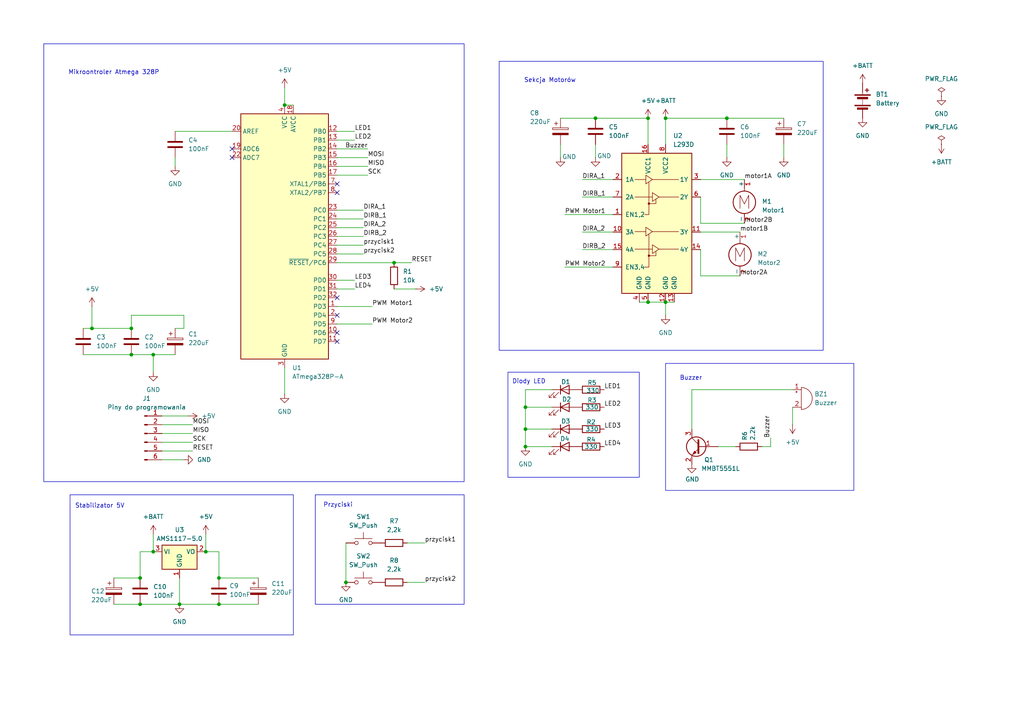
<source format=kicad_sch>
(kicad_sch (version 20231120) (generator "eeschema") (generator_version "8.0")
  (paper "A4")
  (lib_symbols
    (symbol "Connector:Conn_01x06_Pin" (pin_names (offset 1.016) hide)
      (property "Reference" "J" (at 0 7.62 0))
      (property "Value" "Conn_01x06_Pin" (at 0 -10.16 0))
      (symbol "Conn_01x06_Pin_1_1"
        (polyline (pts (xy 1.27 -7.62) (xy 0.8636 -7.62)) (stroke (width 0.1524)))
        (polyline (pts (xy 1.27 -5.08) (xy 0.8636 -5.08)) (stroke (width 0.1524)))
        (polyline (pts (xy 1.27 -2.54) (xy 0.8636 -2.54)) (stroke (width 0.1524)))
        (polyline (pts (xy 1.27 0) (xy 0.8636 0)) (stroke (width 0.1524)))
        (polyline (pts (xy 1.27 2.54) (xy 0.8636 2.54)) (stroke (width 0.1524)))
        (polyline (pts (xy 1.27 5.08) (xy 0.8636 5.08)) (stroke (width 0.1524)))
        (rectangle (start 0.8636 -7.493) (end 0 -7.747) (stroke (width 0.1524)) (fill (type outline)))
        (rectangle (start 0.8636 -4.953) (end 0 -5.207) (stroke (width 0.1524)) (fill (type outline)))
        (rectangle (start 0.8636 -2.413) (end 0 -2.667) (stroke (width 0.1524)) (fill (type outline)))
        (rectangle (start 0.8636 0.127) (end 0 -0.127) (stroke (width 0.1524)) (fill (type outline)))
        (rectangle (start 0.8636 2.667) (end 0 2.413) (stroke (width 0.1524)) (fill (type outline)))
        (rectangle (start 0.8636 5.207) (end 0 4.953) (stroke (width 0.1524)) (fill (type outline)))
        (pin passive line (at 5.08 5.08 180) (length 3.81) (name "Pin_1") (number "1"))
        (pin passive line (at 5.08 2.54 180) (length 3.81) (name "Pin_2") (number "2"))
        (pin passive line (at 5.08 0 180) (length 3.81) (name "Pin_3") (number "3"))
        (pin passive line (at 5.08 -2.54 180) (length 3.81) (name "Pin_4") (number "4"))
        (pin passive line (at 5.08 -5.08 180) (length 3.81) (name "Pin_5") (number "5"))
        (pin passive line (at 5.08 -7.62 180) (length 3.81) (name "Pin_6") (number "6"))
      )
    )
    (symbol "Device:Battery" (pin_numbers hide) (pin_names (offset 0) hide)
      (property "Reference" "BT" (at 2.54 2.54 0))
      (property "Value" "Battery" (at 2.54 0 0))
      (symbol "Battery_0_1"
        (rectangle (start -2.286 -1.27) (end 2.286 -1.524) (fill (type outline)))
        (rectangle (start -2.286 1.778) (end 2.286 1.524) (fill (type outline)))
        (rectangle (start -1.524 -2.032) (end 1.524 -2.54) (fill (type outline)))
        (rectangle (start -1.524 1.016) (end 1.524 0.508) (fill (type outline)))
        (polyline (pts (xy 0 -1.016) (xy 0 -0.762)))
        (polyline (pts (xy 0 -0.508) (xy 0 -0.254)))
        (polyline (pts (xy 0 0) (xy 0 0.254)))
        (polyline (pts (xy 0 1.778) (xy 0 2.54)))
        (polyline (pts (xy 0.762 3.048) (xy 1.778 3.048)) (stroke (width 0.254)))
        (polyline (pts (xy 1.27 3.556) (xy 1.27 2.54)) (stroke (width 0.254)))
      )
      (symbol "Battery_1_1"
        (pin passive line (at 0 5.08 270) (length 2.54) (name "+") (number "1"))
        (pin passive line (at 0 -5.08 90) (length 2.54) (name "-") (number "2"))
      )
    )
    (symbol "Device:Buzzer" (pin_names (offset 0.0254) hide)
      (property "Reference" "BZ" (at 3.81 1.27 0))
      (property "Value" "Buzzer" (at 3.81 -1.27 0))
      (symbol "Buzzer_0_1"
        (arc (start 0 -3.175) (mid 3.1612 0) (end 0 3.175))
        (polyline (pts (xy -1.651 1.905) (xy -1.143 1.905)))
        (polyline (pts (xy -1.397 2.159) (xy -1.397 1.651)))
        (polyline (pts (xy 0 3.175) (xy 0 -3.175)))
      )
      (symbol "Buzzer_1_1"
        (pin passive line (at -2.54 2.54 0) (length 2.54) (name "+") (number "1"))
        (pin passive line (at -2.54 -2.54 0) (length 2.54) (name "-") (number "2"))
      )
    )
    (symbol "Device:C" (pin_numbers hide) (pin_names (offset 0.254))
      (property "Reference" "C" (at 0.635 2.54 0))
      (property "Value" "C" (at 0.635 -2.54 0))
      (symbol "C_0_1"
        (polyline (pts (xy -2.032 -0.762) (xy 2.032 -0.762)) (stroke (width 0.508)))
        (polyline (pts (xy -2.032 0.762) (xy 2.032 0.762)) (stroke (width 0.508)))
      )
      (symbol "C_1_1"
        (pin passive line (at 0 3.81 270) (length 2.794) (name "~") (number "1"))
        (pin passive line (at 0 -3.81 90) (length 2.794) (name "~") (number "2"))
      )
    )
    (symbol "Device:C_Polarized" (pin_numbers hide) (pin_names (offset 0.254))
      (property "Reference" "C" (at 0.635 2.54 0))
      (property "Value" "C_Polarized" (at 0.635 -2.54 0))
      (symbol "C_Polarized_0_1"
        (rectangle (start -2.286 0.508) (end 2.286 1.016))
        (polyline (pts (xy -1.778 2.286) (xy -0.762 2.286)))
        (polyline (pts (xy -1.27 2.794) (xy -1.27 1.778)))
        (rectangle (start 2.286 -0.508) (end -2.286 -1.016) (fill (type outline)))
      )
      (symbol "C_Polarized_1_1"
        (pin passive line (at 0 3.81 270) (length 2.794) (name "~") (number "1"))
        (pin passive line (at 0 -3.81 90) (length 2.794) (name "~") (number "2"))
      )
    )
    (symbol "Device:LED" (pin_numbers hide) (pin_names (offset 1.016) hide)
      (property "Reference" "D" (at 0 2.54 0))
      (property "Value" "LED" (at 0 -2.54 0))
      (symbol "LED_0_1"
        (polyline (pts (xy -1.27 -1.27) (xy -1.27 1.27)) (stroke (width 0.254)))
        (polyline (pts (xy -1.27 0) (xy 1.27 0)))
        (polyline (pts (xy 1.27 -1.27) (xy 1.27 1.27) (xy -1.27 0) (xy 1.27 -1.27)) (stroke (width 0.254)))
        (polyline (pts (xy -3.048 -0.762) (xy -4.572 -2.286) (xy -3.81 -2.286) (xy -4.572 -2.286) (xy -4.572 -1.524)))
        (polyline (pts (xy -1.778 -0.762) (xy -3.302 -2.286) (xy -2.54 -2.286) (xy -3.302 -2.286) (xy -3.302 -1.524)))
      )
      (symbol "LED_1_1"
        (pin passive line (at -3.81 0 0) (length 2.54) (name "K") (number "1"))
        (pin passive line (at 3.81 0 180) (length 2.54) (name "A") (number "2"))
      )
    )
    (symbol "Device:R" (pin_numbers hide) (pin_names (offset 0))
      (property "Reference" "R" (at 2.032 0 90))
      (property "Value" "R" (at 0 0 90))
      (symbol "R_0_1"
        (rectangle (start -1.016 -2.54) (end 1.016 2.54) (stroke (width 0.254)))
      )
      (symbol "R_1_1"
        (pin passive line (at 0 3.81 270) (length 1.27) (name "~") (number "1"))
        (pin passive line (at 0 -3.81 90) (length 1.27) (name "~") (number "2"))
      )
    )
    (symbol "Driver_Motor:L293D" (pin_names (offset 1.016))
      (property "Reference" "U" (at -5.08 26.035 0))
      (property "Value" "L293D" (at -5.08 24.13 0))
      (symbol "L293D_0_1"
        (rectangle (start -10.16 22.86) (end 10.16 -17.78) (stroke (width 0.254)) (fill (type background)))
        (circle (center -2.286 -6.858) (radius 0.254) (fill (type outline)))
        (circle (center -2.286 8.255) (radius 0.254) (fill (type outline)))
        (polyline (pts (xy -6.35 -4.953) (xy -1.27 -4.953)))
        (polyline (pts (xy -6.35 0.127) (xy -3.175 0.127)))
        (polyline (pts (xy -6.35 10.16) (xy -1.27 10.16)))
        (polyline (pts (xy -6.35 15.24) (xy -3.175 15.24)))
        (polyline (pts (xy -1.27 0.127) (xy 6.35 0.127)))
        (polyline (pts (xy -1.27 15.24) (xy 6.35 15.24)))
        (polyline (pts (xy 0.635 -4.953) (xy 6.35 -4.953)))
        (polyline (pts (xy 0.635 10.16) (xy 6.35 10.16)))
        (polyline (pts (xy -2.286 -6.858) (xy -0.254 -6.858) (xy -0.254 -5.588)))
        (polyline (pts (xy -2.286 -0.635) (xy -2.286 -10.16) (xy -3.556 -10.16)))
        (polyline (pts (xy -2.286 8.255) (xy -0.254 8.255) (xy -0.254 9.525)))
        (polyline (pts (xy -2.286 14.478) (xy -2.286 5.08) (xy -3.556 5.08)))
        (polyline (pts (xy -3.175 1.397) (xy -3.175 -1.143) (xy -1.27 0.127) (xy -3.175 1.397)))
        (polyline (pts (xy -3.175 16.51) (xy -3.175 13.97) (xy -1.27 15.24) (xy -3.175 16.51)))
        (polyline (pts (xy -1.27 -3.683) (xy -1.27 -6.223) (xy 0.635 -4.953) (xy -1.27 -3.683)))
        (polyline (pts (xy -1.27 11.43) (xy -1.27 8.89) (xy 0.635 10.16) (xy -1.27 11.43)))
      )
      (symbol "L293D_1_1"
        (pin input line (at -12.7 5.08 0) (length 2.54) (name "EN1,2") (number "1"))
        (pin input line (at -12.7 0 0) (length 2.54) (name "3A") (number "10"))
        (pin output line (at 12.7 0 180) (length 2.54) (name "3Y") (number "11"))
        (pin power_in line (at 2.54 -20.32 90) (length 2.54) (name "GND") (number "12"))
        (pin power_in line (at 5.08 -20.32 90) (length 2.54) (name "GND") (number "13"))
        (pin output line (at 12.7 -5.08 180) (length 2.54) (name "4Y") (number "14"))
        (pin input line (at -12.7 -5.08 0) (length 2.54) (name "4A") (number "15"))
        (pin power_in line (at -2.54 25.4 270) (length 2.54) (name "VCC1") (number "16"))
        (pin input line (at -12.7 15.24 0) (length 2.54) (name "1A") (number "2"))
        (pin output line (at 12.7 15.24 180) (length 2.54) (name "1Y") (number "3"))
        (pin power_in line (at -5.08 -20.32 90) (length 2.54) (name "GND") (number "4"))
        (pin power_in line (at -2.54 -20.32 90) (length 2.54) (name "GND") (number "5"))
        (pin output line (at 12.7 10.16 180) (length 2.54) (name "2Y") (number "6"))
        (pin input line (at -12.7 10.16 0) (length 2.54) (name "2A") (number "7"))
        (pin power_in line (at 2.54 25.4 270) (length 2.54) (name "VCC2") (number "8"))
        (pin input line (at -12.7 -10.16 0) (length 2.54) (name "EN3,4") (number "9"))
      )
    )
    (symbol "MCU_Microchip_ATmega:ATmega328P-A"
      (property "Reference" "U" (at -12.7 36.83 0))
      (property "Value" "ATmega328P-A" (at 2.54 -36.83 0))
      (symbol "ATmega328P-A_0_1"
        (rectangle (start -12.7 -35.56) (end 12.7 35.56) (stroke (width 0.254)) (fill (type background)))
      )
      (symbol "ATmega328P-A_1_1"
        (pin bidirectional line (at 15.24 -20.32 180) (length 2.54) (name "PD3") (number "1"))
        (pin bidirectional line (at 15.24 -27.94 180) (length 2.54) (name "PD6") (number "10"))
        (pin bidirectional line (at 15.24 -30.48 180) (length 2.54) (name "PD7") (number "11"))
        (pin bidirectional line (at 15.24 30.48 180) (length 2.54) (name "PB0") (number "12"))
        (pin bidirectional line (at 15.24 27.94 180) (length 2.54) (name "PB1") (number "13"))
        (pin bidirectional line (at 15.24 25.4 180) (length 2.54) (name "PB2") (number "14"))
        (pin bidirectional line (at 15.24 22.86 180) (length 2.54) (name "PB3") (number "15"))
        (pin bidirectional line (at 15.24 20.32 180) (length 2.54) (name "PB4") (number "16"))
        (pin bidirectional line (at 15.24 17.78 180) (length 2.54) (name "PB5") (number "17"))
        (pin power_in line (at 2.54 38.1 270) (length 2.54) (name "AVCC") (number "18"))
        (pin input line (at -15.24 25.4 0) (length 2.54) (name "ADC6") (number "19"))
        (pin bidirectional line (at 15.24 -22.86 180) (length 2.54) (name "PD4") (number "2"))
        (pin passive line (at -15.24 30.48 0) (length 2.54) (name "AREF") (number "20"))
        (pin passive line (at 0 -38.1 90) (length 2.54) hide (name "GND") (number "21"))
        (pin input line (at -15.24 22.86 0) (length 2.54) (name "ADC7") (number "22"))
        (pin bidirectional line (at 15.24 7.62 180) (length 2.54) (name "PC0") (number "23"))
        (pin bidirectional line (at 15.24 5.08 180) (length 2.54) (name "PC1") (number "24"))
        (pin bidirectional line (at 15.24 2.54 180) (length 2.54) (name "PC2") (number "25"))
        (pin bidirectional line (at 15.24 0 180) (length 2.54) (name "PC3") (number "26"))
        (pin bidirectional line (at 15.24 -2.54 180) (length 2.54) (name "PC4") (number "27"))
        (pin bidirectional line (at 15.24 -5.08 180) (length 2.54) (name "PC5") (number "28"))
        (pin bidirectional line (at 15.24 -7.62 180) (length 2.54) (name "~{RESET}/PC6") (number "29"))
        (pin power_in line (at 0 -38.1 90) (length 2.54) (name "GND") (number "3"))
        (pin bidirectional line (at 15.24 -12.7 180) (length 2.54) (name "PD0") (number "30"))
        (pin bidirectional line (at 15.24 -15.24 180) (length 2.54) (name "PD1") (number "31"))
        (pin bidirectional line (at 15.24 -17.78 180) (length 2.54) (name "PD2") (number "32"))
        (pin power_in line (at 0 38.1 270) (length 2.54) (name "VCC") (number "4"))
        (pin passive line (at 0 -38.1 90) (length 2.54) hide (name "GND") (number "5"))
        (pin passive line (at 0 38.1 270) (length 2.54) hide (name "VCC") (number "6"))
        (pin bidirectional line (at 15.24 15.24 180) (length 2.54) (name "XTAL1/PB6") (number "7"))
        (pin bidirectional line (at 15.24 12.7 180) (length 2.54) (name "XTAL2/PB7") (number "8"))
        (pin bidirectional line (at 15.24 -25.4 180) (length 2.54) (name "PD5") (number "9"))
      )
    )
    (symbol "Motor:Motor_DC" (pin_names (offset 0))
      (property "Reference" "M" (at 2.54 2.54 0))
      (property "Value" "Motor_DC" (at 2.54 -5.08 0))
      (symbol "Motor_DC_0_0"
        (polyline (pts (xy -1.27 -3.302) (xy -1.27 0.508) (xy 0 -2.032) (xy 1.27 0.508) (xy 1.27 -3.302)))
      )
      (symbol "Motor_DC_0_1"
        (circle (center 0 -1.524) (radius 3.2512) (stroke (width 0.254)))
        (polyline (pts (xy 0 -7.62) (xy 0 -7.112)))
        (polyline (pts (xy 0 -4.7752) (xy 0 -5.1816)))
        (polyline (pts (xy 0 1.7272) (xy 0 2.0828)))
        (polyline (pts (xy 0 2.032) (xy 0 2.54)))
      )
      (symbol "Motor_DC_1_1"
        (pin passive line (at 0 5.08 270) (length 2.54) (name "+") (number "1"))
        (pin passive line (at 0 -7.62 90) (length 2.54) (name "-") (number "2"))
      )
    )
    (symbol "Regulator_Linear:AMS1117-5.0"
      (property "Reference" "U" (at -3.81 3.175 0))
      (property "Value" "AMS1117-5.0" (at 0 3.175 0))
      (symbol "AMS1117-5.0_0_1"
        (rectangle (start -5.08 -5.08) (end 5.08 1.905) (stroke (width 0.254)) (fill (type background)))
      )
      (symbol "AMS1117-5.0_1_1"
        (pin power_in line (at 0 -7.62 90) (length 2.54) (name "GND") (number "1"))
        (pin power_out line (at 7.62 0 180) (length 2.54) (name "VO") (number "2"))
        (pin power_in line (at -7.62 0 0) (length 2.54) (name "VI") (number "3"))
      )
    )
    (symbol "Switch:SW_Push" (pin_numbers hide) (pin_names (offset 1.016) hide)
      (property "Reference" "SW" (at 1.27 2.54 0))
      (property "Value" "SW_Push" (at 0 -1.524 0))
      (symbol "SW_Push_0_1"
        (circle (center -2.032 0) (radius 0.508))
        (polyline (pts (xy 0 1.27) (xy 0 3.048)))
        (polyline (pts (xy 2.54 1.27) (xy -2.54 1.27)))
        (circle (center 2.032 0) (radius 0.508))
        (pin passive line (at -5.08 0 0) (length 2.54) (name "1") (number "1"))
        (pin passive line (at 5.08 0 180) (length 2.54) (name "2") (number "2"))
      )
    )
    (symbol "Transistor_BJT:MMBT5551L" (pin_names (offset 0) hide)
      (property "Reference" "Q" (at 5.08 1.905 0))
      (property "Value" "MMBT5551L" (at 5.08 0 0))
      (symbol "MMBT5551L_0_1"
        (polyline (pts (xy 0.635 0.635) (xy 2.54 2.54)))
        (polyline (pts (xy 0.635 -0.635) (xy 2.54 -2.54) (xy 2.54 -2.54)))
        (polyline (pts (xy 0.635 1.905) (xy 0.635 -1.905) (xy 0.635 -1.905)) (stroke (width 0.508)))
        (polyline (pts (xy 1.27 -1.778) (xy 1.778 -1.27) (xy 2.286 -2.286) (xy 1.27 -1.778) (xy 1.27 -1.778)) (fill (type outline)))
        (circle (center 1.27 0) (radius 2.8194) (stroke (width 0.254)))
      )
      (symbol "MMBT5551L_1_1"
        (pin input line (at -5.08 0 0) (length 5.715) (name "B") (number "1"))
        (pin passive line (at 2.54 -5.08 90) (length 2.54) (name "E") (number "2"))
        (pin passive line (at 2.54 5.08 270) (length 2.54) (name "C") (number "3"))
      )
    )
    (symbol "power:+5V" (power) (pin_numbers hide) (pin_names (offset 0) hide)
      (property "Value" "+5V" (at 0 3.556 0))
      (symbol "+5V_0_1"
        (polyline (pts (xy -0.762 1.27) (xy 0 2.54)))
        (polyline (pts (xy 0 0) (xy 0 2.54)))
        (polyline (pts (xy 0 2.54) (xy 0.762 1.27)))
      )
      (symbol "+5V_1_1"
        (pin power_in line (at 0 0 90) (length 0) (name "~") (number "1"))
      )
    )
    (symbol "power:+BATT" (power) (pin_numbers hide) (pin_names (offset 0) hide)
      (property "Value" "+BATT" (at 0 3.556 0))
      (symbol "+BATT_0_1"
        (polyline (pts (xy -0.762 1.27) (xy 0 2.54)))
        (polyline (pts (xy 0 0) (xy 0 2.54)))
        (polyline (pts (xy 0 2.54) (xy 0.762 1.27)))
      )
      (symbol "+BATT_1_1"
        (pin power_in line (at 0 0 90) (length 0) (name "~") (number "1"))
      )
    )
    (symbol "power:GND" (power) (pin_numbers hide) (pin_names (offset 0) hide)
      (property "Value" "GND" (at 0 -3.81 0))
      (symbol "GND_0_1"
        (polyline (pts (xy 0 0) (xy 0 -1.27) (xy 1.27 -1.27) (xy 0 -2.54) (xy -1.27 -1.27) (xy 0 -1.27)))
      )
      (symbol "GND_1_1"
        (pin power_in line (at 0 0 270) (length 0) (name "~") (number "1"))
      )
    )
    (symbol "power:PWR_FLAG" (power) (pin_numbers hide) (pin_names (offset 0) hide)
      (property "Value" "PWR_FLAG" (at 0 3.81 0))
      (symbol "PWR_FLAG_0_0"
        (pin power_out line (at 0 0 90) (length 0) (name "~") (number "1"))
      )
      (symbol "PWR_FLAG_0_1"
        (polyline (pts (xy 0 0) (xy 0 1.27) (xy -1.016 1.905) (xy 0 2.54) (xy 1.016 1.905) (xy 0 1.27)))
      )
    )
  )
  (junction (at 114.3 76.2))
  (junction (at 100.33 168.91))
  (junction (at 210.82 34.29))
  (junction (at 52.07 175.26))
  (junction (at 40.64 175.26))
  (junction (at 26.67 95.25))
  (junction (at 44.45 160.02))
  (junction (at 44.45 102.87))
  (junction (at 59.69 160.02))
  (junction (at 152.4 129.54))
  (junction (at 172.72 34.29))
  (junction (at 152.4 124.46))
  (junction (at 187.96 34.29))
  (junction (at 38.1 95.25))
  (junction (at 63.5 167.64))
  (junction (at 187.96 87.63))
  (junction (at 38.1 102.87))
  (junction (at 152.4 118.11))
  (junction (at 63.5 175.26))
  (junction (at 193.04 34.29))
  (junction (at 40.64 167.64))
  (junction (at 82.55 30.48))
  (junction (at 193.04 87.63))
  (no_connect (at 97.79 86.36))
  (no_connect (at 67.31 45.72))
  (no_connect (at 97.79 96.52))
  (no_connect (at 97.79 53.34))
  (no_connect (at 97.79 99.06))
  (no_connect (at 97.79 91.44))
  (no_connect (at 97.79 55.88))
  (no_connect (at 67.31 43.18))
  (wire (pts (xy 63.5 175.26) (xy 74.93 175.26)))
  (wire (pts (xy 152.4 124.46) (xy 152.4 129.54)))
  (wire (pts (xy 193.04 87.63) (xy 195.58 87.63)))
  (wire (pts (xy 203.2 52.07) (xy 215.9 52.07)))
  (wire (pts (xy 59.69 160.02) (xy 63.5 160.02)))
  (wire (pts (xy 97.79 71.12) (xy 105.41 71.12)))
  (wire (pts (xy 24.13 95.25) (xy 26.67 95.25)))
  (wire (pts (xy 152.4 118.11) (xy 152.4 124.46)))
  (wire (pts (xy 50.8 95.25) (xy 53.34 95.25)))
  (wire (pts (xy 203.2 80.01) (xy 203.2 72.39)))
  (wire (pts (xy 152.4 124.46) (xy 160.02 124.46)))
  (wire (pts (xy 97.79 50.8) (xy 106.68 50.8)))
  (wire (pts (xy 97.79 68.58) (xy 105.41 68.58)))
  (wire (pts (xy 163.83 62.23) (xy 177.8 62.23)))
  (wire (pts (xy 38.1 102.87) (xy 44.45 102.87)))
  (wire (pts (xy 97.79 63.5) (xy 105.41 63.5)))
  (wire (pts (xy 82.55 106.68) (xy 82.55 114.3)))
  (wire (pts (xy 172.72 41.91) (xy 172.72 45.72)))
  (wire (pts (xy 52.07 167.64) (xy 52.07 175.26)))
  (wire (pts (xy 227.33 41.91) (xy 227.33 45.72)))
  (wire (pts (xy 97.79 66.04) (xy 105.41 66.04)))
  (wire (pts (xy 162.56 41.91) (xy 162.56 45.72)))
  (wire (pts (xy 97.79 60.96) (xy 105.41 60.96)))
  (wire (pts (xy 97.79 93.98) (xy 107.95 93.98)))
  (wire (pts (xy 114.3 76.2) (xy 119.38 76.2)))
  (wire (pts (xy 40.64 175.26) (xy 52.07 175.26)))
  (wire (pts (xy 220.98 129.54) (xy 223.52 129.54)))
  (wire (pts (xy 26.67 95.25) (xy 38.1 95.25)))
  (wire (pts (xy 168.91 57.15) (xy 177.8 57.15)))
  (wire (pts (xy 33.02 175.26) (xy 40.64 175.26)))
  (wire (pts (xy 24.13 102.87) (xy 38.1 102.87)))
  (wire (pts (xy 223.52 129.54) (xy 223.52 127)))
  (wire (pts (xy 50.8 45.72) (xy 50.8 48.26)))
  (wire (pts (xy 97.79 81.28) (xy 102.87 81.28)))
  (wire (pts (xy 229.87 113.03) (xy 200.66 113.03)))
  (wire (pts (xy 44.45 102.87) (xy 44.45 107.95)))
  (wire (pts (xy 187.96 87.63) (xy 193.04 87.63)))
  (wire (pts (xy 118.11 168.91) (xy 123.19 168.91)))
  (wire (pts (xy 168.91 52.07) (xy 177.8 52.07)))
  (wire (pts (xy 46.99 130.81) (xy 55.88 130.81)))
  (wire (pts (xy 53.34 91.44) (xy 38.1 91.44)))
  (wire (pts (xy 26.67 88.9) (xy 26.67 95.25)))
  (wire (pts (xy 97.79 48.26) (xy 106.68 48.26)))
  (wire (pts (xy 97.79 83.82) (xy 102.87 83.82)))
  (wire (pts (xy 229.87 118.11) (xy 229.87 123.19)))
  (wire (pts (xy 97.79 76.2) (xy 114.3 76.2)))
  (wire (pts (xy 187.96 34.29) (xy 187.96 41.91)))
  (wire (pts (xy 152.4 129.54) (xy 160.02 129.54)))
  (wire (pts (xy 46.99 128.27) (xy 55.88 128.27)))
  (wire (pts (xy 46.99 125.73) (xy 55.88 125.73)))
  (wire (pts (xy 214.63 80.01) (xy 203.2 80.01)))
  (wire (pts (xy 46.99 120.65) (xy 54.61 120.65)))
  (wire (pts (xy 152.4 118.11) (xy 160.02 118.11)))
  (wire (pts (xy 82.55 30.48) (xy 85.09 30.48)))
  (wire (pts (xy 38.1 91.44) (xy 38.1 95.25)))
  (wire (pts (xy 82.55 25.4) (xy 82.55 30.48)))
  (wire (pts (xy 203.2 67.31) (xy 214.63 67.31)))
  (wire (pts (xy 213.36 129.54) (xy 208.28 129.54)))
  (wire (pts (xy 52.07 175.26) (xy 63.5 175.26)))
  (wire (pts (xy 97.79 40.64) (xy 102.87 40.64)))
  (wire (pts (xy 97.79 73.66) (xy 105.41 73.66)))
  (wire (pts (xy 210.82 34.29) (xy 227.33 34.29)))
  (wire (pts (xy 44.45 154.94) (xy 44.45 160.02)))
  (wire (pts (xy 50.8 38.1) (xy 67.31 38.1)))
  (wire (pts (xy 200.66 113.03) (xy 200.66 124.46)))
  (wire (pts (xy 172.72 34.29) (xy 187.96 34.29)))
  (wire (pts (xy 40.64 160.02) (xy 44.45 160.02)))
  (wire (pts (xy 168.91 72.39) (xy 177.8 72.39)))
  (wire (pts (xy 193.04 87.63) (xy 193.04 91.44)))
  (wire (pts (xy 63.5 167.64) (xy 74.93 167.64)))
  (wire (pts (xy 152.4 113.03) (xy 152.4 118.11)))
  (wire (pts (xy 53.34 95.25) (xy 53.34 91.44)))
  (wire (pts (xy 185.42 87.63) (xy 187.96 87.63)))
  (wire (pts (xy 210.82 41.91) (xy 210.82 45.72)))
  (wire (pts (xy 118.11 157.48) (xy 123.19 157.48)))
  (wire (pts (xy 203.2 64.77) (xy 203.2 57.15)))
  (wire (pts (xy 63.5 160.02) (xy 63.5 167.64)))
  (wire (pts (xy 193.04 34.29) (xy 210.82 34.29)))
  (wire (pts (xy 33.02 167.64) (xy 40.64 167.64)))
  (wire (pts (xy 44.45 102.87) (xy 50.8 102.87)))
  (wire (pts (xy 193.04 34.29) (xy 193.04 41.91)))
  (wire (pts (xy 97.79 43.18) (xy 106.68 43.18)))
  (wire (pts (xy 97.79 88.9) (xy 107.95 88.9)))
  (wire (pts (xy 114.3 83.82) (xy 120.65 83.82)))
  (wire (pts (xy 163.83 77.47) (xy 177.8 77.47)))
  (wire (pts (xy 97.79 45.72) (xy 106.68 45.72)))
  (wire (pts (xy 97.79 38.1) (xy 102.87 38.1)))
  (wire (pts (xy 215.9 64.77) (xy 203.2 64.77)))
  (wire (pts (xy 100.33 157.48) (xy 100.33 168.91)))
  (wire (pts (xy 46.99 123.19) (xy 55.88 123.19)))
  (wire (pts (xy 59.69 154.94) (xy 59.69 160.02)))
  (wire (pts (xy 162.56 34.29) (xy 172.72 34.29)))
  (wire (pts (xy 160.02 113.03) (xy 152.4 113.03)))
  (wire (pts (xy 40.64 167.64) (xy 40.64 160.02)))
  (wire (pts (xy 168.91 67.31) (xy 177.8 67.31)))
  (wire (pts (xy 46.99 133.35) (xy 53.34 133.35)))
  (rectangle (start 20.32 143.51) (end 85.09 184.15))
  (rectangle (start 144.78 17.78) (end 238.76 101.6))
  (rectangle (start 193.04 105.41) (end 247.65 142.24))
  (rectangle (start 147.32 107.95) (end 185.42 138.43))
  (rectangle (start 91.44 143.51) (end 134.62 175.26))
  (rectangle (start 12.7 12.7) (end 134.62 139.7))
  (text "Buzzer" (at 200.406 109.728 0) (effects (font (size 1.27 1.27))))
  (text "Diody LED" (at 153.416 110.744 0) (effects (font (size 1.27 1.27))))
  (text "Przyciski" (at 98.044 146.558 0) (effects (font (size 1.27 1.27))))
  (text "Stabilizator 5V" (at 28.956 146.812 0) (effects (font (size 1.27 1.27))))
  (text "Sekcja Motorów" (at 159.512 23.368 0) (effects (font (size 1.27 1.27))))
  (text "Mikroontroler Atmega 328P" (at 33.02 21.082 0) (effects (font (size 1.27 1.27))))
  (label "PWM Motor2" (at 163.83 77.47 0))
  (label "PWM Motor2" (at 107.95 93.98 0))
  (label "motor1B" (at 214.63 67.31 0))
  (label "DIRB_1" (at 105.41 63.5 0))
  (label "przycisk2" (at 105.41 73.66 0))
  (label "MOSI" (at 106.68 45.72 0))
  (label "LED3" (at 175.26 124.46 0))
  (label "LED3" (at 102.87 81.28 0))
  (label "PWM Motor1" (at 107.95 88.9 0))
  (label "MOSI" (at 55.88 123.19 0))
  (label "LED4" (at 175.26 129.54 0))
  (label "LED1" (at 102.87 38.1 0))
  (label "DIRA_2" (at 105.41 66.04 0))
  (label "motor2A" (at 214.63 80.01 0))
  (label "SCK" (at 55.88 128.27 0))
  (label "LED1" (at 175.26 113.03 0))
  (label "Buzzer" (at 106.68 43.18 180))
  (label "MISO" (at 106.68 48.26 0))
  (label "LED2" (at 175.26 118.11 0))
  (label "LED4" (at 102.87 83.82 0))
  (label "motor1A" (at 215.9 52.07 0))
  (label "DIRA_1" (at 105.41 60.96 0))
  (label "DIRB_1" (at 168.91 57.15 0))
  (label "MISO" (at 55.88 125.73 0))
  (label "DIRA_2" (at 168.91 67.31 0))
  (label "PWM Motor1" (at 163.83 62.23 0))
  (label "DIRB_2" (at 168.91 72.39 0))
  (label "SCK" (at 106.68 50.8 0))
  (label "motor2B" (at 215.9 64.77 0))
  (label "LED2" (at 102.87 40.64 0))
  (label "RESET" (at 119.38 76.2 0))
  (label "Buzzer" (at 223.52 127 90))
  (label "przycisk1" (at 105.41 71.12 0))
  (label "RESET" (at 55.88 130.81 0))
  (label "przycisk2" (at 123.19 168.91 0))
  (label "DIRB_2" (at 105.41 68.58 0))
  (label "DIRA_1" (at 168.91 52.07 0))
  (label "przycisk1" (at 123.19 157.48 0))
  (symbol (lib_id "power:+BATT") (at 44.45 154.94 0) (unit 1)
    (property "Reference" "#PWR019" (effects (hide yes)))
    (property "Value" "+BATT" (at 44.45 149.86 0))
    (property "Description" "Power symbol creates a global label with name \"+BATT\"" (effects (hide yes)))
  )
  (symbol (lib_id "power:PWR_FLAG") (at 273.05 41.91 0) (unit 1)
    (property "Reference" "#FLG02" (effects (hide yes)))
    (property "Value" "PWR_FLAG" (at 273.05 36.83 0))
    (property "Description" "Special symbol for telling ERC where power comes from" (effects (hide yes)))
  )
  (symbol (lib_id "Device:LED") (at 163.83 118.11 0) (unit 1)
    (property "Reference" "D2" (at 164.338 115.824 0))
    (property "Value" "LED" (effects (hide yes)))
    (property "Footprint" "LED_THT:LED_D5.0mm" (effects (hide yes)))
    (property "Description" "Light emitting diode" (effects (hide yes)))
  )
  (symbol (lib_id "Device:Buzzer") (at 232.41 115.57 0) (unit 1)
    (property "Reference" "BZ1" (at 236.22 114.2999 0) (effects (justify left)))
    (property "Value" "Buzzer" (at 236.22 116.8399 0) (effects (justify left)))
    (property "Footprint" "Buzzer_Beeper:Buzzer_12x9.5RM7.6" (effects (hide yes)))
    (property "Description" "Buzzer, polarized" (effects (hide yes)))
  )
  (symbol (lib_id "Device:R") (at 114.3 80.01 0) (unit 1)
    (property "Reference" "R1" (at 116.84 78.7399 0) (effects (justify left)))
    (property "Value" "10k" (at 116.84 81.2799 0) (effects (justify left)))
    (property "Footprint" "Resistor_SMD:R_0805_2012Metric_Pad1.20x1.40mm_HandSolder" (effects (hide yes)))
    (property "Description" "Resistor" (effects (hide yes)))
  )
  (symbol (lib_id "Device:R") (at 171.45 124.46 90) (unit 1)
    (property "Reference" "R2" (at 171.45 122.428 90))
    (property "Value" "330" (at 171.704 124.46 90))
    (property "Footprint" "Resistor_SMD:R_0805_2012Metric_Pad1.20x1.40mm_HandSolder" (effects (hide yes)))
    (property "Description" "Resistor" (effects (hide yes)))
  )
  (symbol (lib_id "Device:C") (at 50.8 41.91 0) (unit 1)
    (property "Reference" "C4" (at 54.61 40.6399 0) (effects (justify left)))
    (property "Value" "100nF" (at 54.61 43.1799 0) (effects (justify left)))
    (property "Footprint" "Capacitor_SMD:C_0805_2012Metric_Pad1.18x1.45mm_HandSolder" (effects (hide yes)))
    (property "Description" "Unpolarized capacitor" (effects (hide yes)))
  )
  (symbol (lib_id "Device:LED") (at 163.83 113.03 0) (unit 1)
    (property "Reference" "D1" (at 164.084 110.744 0))
    (property "Value" "LED" (effects (hide yes)))
    (property "Footprint" "LED_THT:LED_D5.0mm" (effects (hide yes)))
    (property "Description" "Light emitting diode" (effects (hide yes)))
  )
  (symbol (lib_id "power:+BATT") (at 193.04 34.29 0) (unit 1)
    (property "Reference" "#PWR011" (effects (hide yes)))
    (property "Value" "+BATT" (at 193.04 29.21 0))
    (property "Description" "Power symbol creates a global label with name \"+BATT\"" (effects (hide yes)))
  )
  (symbol (lib_id "power:GND") (at 273.05 27.94 0) (unit 1)
    (property "Reference" "#PWR023" (effects (hide yes)))
    (property "Value" "GND" (at 273.05 33.02 0))
    (property "Description" "Power symbol creates a global label with name \"GND\" , ground" (effects (hide yes)))
  )
  (symbol (lib_id "power:+BATT") (at 273.05 41.91 180) (unit 1)
    (property "Reference" "#PWR026" (effects (hide yes)))
    (property "Value" "+BATT" (at 273.05 46.99 0))
    (property "Description" "Power symbol creates a global label with name \"+BATT\"" (effects (hide yes)))
  )
  (symbol (lib_id "power:GND") (at 227.33 45.72 0) (unit 1)
    (property "Reference" "#PWR015" (effects (hide yes)))
    (property "Value" "GND" (at 227.33 50.8 0))
    (property "Description" "Power symbol creates a global label with name \"GND\" , ground" (effects (hide yes)))
  )
  (symbol (lib_id "power:GND") (at 172.72 45.72 0) (unit 1)
    (property "Reference" "#PWR013" (effects (hide yes)))
    (property "Value" "GND" (at 175.26 45.212 0))
    (property "Description" "Power symbol creates a global label with name \"GND\" , ground" (effects (hide yes)))
  )
  (symbol (lib_id "Device:R") (at 114.3 157.48 270) (unit 1)
    (property "Reference" "R7" (at 114.3 151.13 90))
    (property "Value" "2,2k" (at 114.3 153.67 90))
    (property "Footprint" "Resistor_SMD:R_0805_2012Metric_Pad1.20x1.40mm_HandSolder" (effects (hide yes)))
    (property "Description" "Resistor" (effects (hide yes)))
  )
  (symbol (lib_id "Device:C") (at 38.1 99.06 0) (unit 1)
    (property "Reference" "C2" (at 41.91 97.7899 0) (effects (justify left)))
    (property "Value" "100nF" (at 41.91 100.3299 0) (effects (justify left)))
    (property "Footprint" "Capacitor_SMD:C_0805_2012Metric_Pad1.18x1.45mm_HandSolder" (effects (hide yes)))
    (property "Description" "Unpolarized capacitor" (effects (hide yes)))
  )
  (symbol (lib_id "power:GND") (at 100.33 168.91 0) (unit 1)
    (property "Reference" "#PWR022" (effects (hide yes)))
    (property "Value" "GND" (at 100.33 173.99 0))
    (property "Description" "Power symbol creates a global label with name \"GND\" , ground" (effects (hide yes)))
  )
  (symbol (lib_id "power:GND") (at 52.07 175.26 0) (unit 1)
    (property "Reference" "#PWR021" (effects (hide yes)))
    (property "Value" "GND" (at 52.07 180.34 0))
    (property "Description" "Power symbol creates a global label with name \"GND\" , ground" (effects (hide yes)))
  )
  (symbol (lib_id "Connector:Conn_01x06_Pin") (at 41.91 125.73 0) (unit 1)
    (property "Reference" "J1" (at 42.545 115.57 0))
    (property "Value" "Piny do programowania" (at 42.545 118.11 0))
    (property "Footprint" "Connector_PinHeader_2.54mm:PinHeader_1x06_P2.54mm_Vertical" (effects (hide yes)))
    (property "Description" "Generic connector, single row, 01x06, script generated" (effects (hide yes)))
  )
  (symbol (lib_id "Device:C_Polarized") (at 50.8 99.06 0) (unit 1)
    (property "Reference" "C1" (at 54.61 96.9009 0) (effects (justify left)))
    (property "Value" "220uF" (at 54.61 99.4409 0) (effects (justify left)))
    (property "Footprint" "Capacitor_THT:CP_Radial_D8.0mm_P2.50mm" (effects (hide yes)))
    (property "Description" "Polarized capacitor" (effects (hide yes)))
  )
  (symbol (lib_id "power:GND") (at 152.4 129.54 0) (unit 1)
    (property "Reference" "#PWR016" (effects (hide yes)))
    (property "Value" "GND" (at 152.4 134.62 0))
    (property "Description" "Power symbol creates a global label with name \"GND\" , ground" (effects (hide yes)))
  )
  (symbol (lib_id "Device:LED") (at 163.83 129.54 0) (unit 1)
    (property "Reference" "D4" (at 163.83 127.254 0))
    (property "Value" "LED" (effects (hide yes)))
    (property "Footprint" "LED_SMD:LED_1206_3216Metric_Pad1.42x1.75mm_HandSolder" (effects (hide yes)))
    (property "Description" "Light emitting diode" (effects (hide yes)))
  )
  (symbol (lib_id "power:+5V") (at 187.96 34.29 0) (unit 1)
    (property "Reference" "#PWR010" (effects (hide yes)))
    (property "Value" "+5V" (at 187.96 29.21 0))
    (property "Description" "Power symbol creates a global label with name \"+5V\"" (effects (hide yes)))
  )
  (symbol (lib_id "Driver_Motor:L293D") (at 190.5 67.31 0) (unit 1)
    (property "Reference" "U2" (at 195.2341 39.37 0) (effects (justify left)))
    (property "Value" "L293D" (at 195.2341 41.91 0) (effects (justify left)))
    (property "Footprint" "Package_DIP:DIP-16_W7.62mm" (effects (hide yes)))
    (property "Datasheet" "http://www.ti.com/lit/ds/symlink/l293.pdf" (effects (hide yes)))
    (property "Description" "Quadruple Half-H Drivers" (effects (hide yes)))
  )
  (symbol (lib_id "Switch:SW_Push") (at 105.41 157.48 0) (unit 1)
    (property "Reference" "SW1" (at 105.41 149.86 0))
    (property "Value" "SW_Push" (at 105.41 152.4 0))
    (property "Footprint" "Button_Switch_SMD:SW_SPST_EVQQ2" (effects (hide yes)))
    (property "Description" "Push button switch, generic, two pins" (effects (hide yes)))
  )
  (symbol (lib_id "Device:R") (at 171.45 118.11 90) (unit 1)
    (property "Reference" "R3" (at 171.704 116.078 90))
    (property "Value" "330" (at 171.704 118.11 90))
    (property "Footprint" "Resistor_SMD:R_0805_2012Metric_Pad1.20x1.40mm_HandSolder" (effects (hide yes)))
    (property "Description" "Resistor" (effects (hide yes)))
  )
  (symbol (lib_id "power:+5V") (at 82.55 25.4 0) (unit 1)
    (property "Reference" "#PWR08" (effects (hide yes)))
    (property "Value" "+5V" (at 82.55 20.32 0))
    (property "Description" "Power symbol creates a global label with name \"+5V\"" (effects (hide yes)))
  )
  (symbol (lib_id "power:GND") (at 210.82 45.72 0) (unit 1)
    (property "Reference" "#PWR014" (effects (hide yes)))
    (property "Value" "GND" (at 210.82 50.8 0))
    (property "Description" "Power symbol creates a global label with name \"GND\" , ground" (effects (hide yes)))
  )
  (symbol (lib_id "Device:C") (at 172.72 38.1 0) (unit 1)
    (property "Reference" "C5" (at 176.53 36.8299 0) (effects (justify left)))
    (property "Value" "100nF" (at 176.53 39.3699 0) (effects (justify left)))
    (property "Footprint" "Capacitor_SMD:C_0805_2012Metric_Pad1.18x1.45mm_HandSolder" (effects (hide yes)))
    (property "Description" "Unpolarized capacitor" (effects (hide yes)))
  )
  (symbol (lib_id "power:GND") (at 250.19 34.29 0) (unit 1)
    (property "Reference" "#PWR024" (effects (hide yes)))
    (property "Value" "GND" (at 250.19 39.37 0))
    (property "Description" "Power symbol creates a global label with name \"GND\" , ground" (effects (hide yes)))
  )
  (symbol (lib_id "Device:C") (at 63.5 171.45 0) (unit 1)
    (property "Reference" "C9" (at 66.548 169.926 0) (effects (justify left)))
    (property "Value" "100nF" (at 66.548 172.466 0) (effects (justify left)))
    (property "Footprint" "Capacitor_SMD:C_0805_2012Metric_Pad1.18x1.45mm_HandSolder" (effects (hide yes)))
    (property "Description" "Unpolarized capacitor" (effects (hide yes)))
  )
  (symbol (lib_id "Device:R") (at 171.45 129.54 90) (unit 1)
    (property "Reference" "R4" (at 171.45 127.508 90))
    (property "Value" "330" (at 171.45 129.54 90))
    (property "Footprint" "Resistor_SMD:R_0805_2012Metric_Pad1.20x1.40mm_HandSolder" (effects (hide yes)))
    (property "Description" "Resistor" (effects (hide yes)))
  )
  (symbol (lib_id "Device:C_Polarized") (at 227.33 38.1 0) (unit 1)
    (property "Reference" "C7" (at 231.14 35.9409 0) (effects (justify left)))
    (property "Value" "220uF" (at 231.14 38.4809 0) (effects (justify left)))
    (property "Footprint" "Capacitor_THT:CP_Radial_D8.0mm_P5.00mm" (effects (hide yes)))
    (property "Description" "Polarized capacitor" (effects (hide yes)))
  )
  (symbol (lib_id "power:+5V") (at 26.67 88.9 0) (unit 1)
    (property "Reference" "#PWR02" (effects (hide yes)))
    (property "Value" "+5V" (at 26.67 83.82 0))
    (property "Description" "Power symbol creates a global label with name \"+5V\"" (effects (hide yes)))
  )
  (symbol (lib_id "Transistor_BJT:MMBT5551L") (at 203.2 129.54 0) (mirror y) (unit 1)
    (property "Reference" "Q1" (at 207.01 133.35 0) (effects (justify left)))
    (property "Value" "MMBT5551L" (at 214.63 135.89 0) (effects (justify left)))
    (property "Footprint" "Package_TO_SOT_SMD:SOT-23" (effects (hide yes)))
    (property "Datasheet" "www.onsemi.com/pub/Collateral/MMBT5550LT1-D.PDF" (effects (hide yes)))
    (property "Description" "0.6A Ic, 160V Vce, NPN Transistor, SOT-23" (effects (hide yes)))
    (property "Sim.Device" "SPICE" (effects (hide yes)))
    (property "Sim.Params" "type=\"Q\" model=\"BC338\" lib=\"/home/jacekj/GIT_REP/KiCad-Spice-Library/Models/Transistor/BJT/BJTN.LIB\"" (effects (hide yes)))
    (property "Sim.Pins" "1=1 2=2 3=3" (effects (hide yes)))
    (property "Piekarz" "https://www.piekarz.pl/27982-tranzystor-hottech-mmbt5551/" (effects (hide yes)))
  )
  (symbol (lib_id "Device:C") (at 210.82 38.1 0) (unit 1)
    (property "Reference" "C6" (at 214.63 36.8299 0) (effects (justify left)))
    (property "Value" "100nF" (at 214.63 39.3699 0) (effects (justify left)))
    (property "Footprint" "Capacitor_SMD:C_0805_2012Metric_Pad1.18x1.45mm_HandSolder" (effects (hide yes)))
    (property "Description" "Unpolarized capacitor" (effects (hide yes)))
  )
  (symbol (lib_id "power:+5V") (at 120.65 83.82 270) (unit 1)
    (property "Reference" "#PWR03" (effects (hide yes)))
    (property "Value" "+5V" (at 124.46 83.8199 90) (effects (justify left)))
    (property "Description" "Power symbol creates a global label with name \"+5V\"" (effects (hide yes)))
  )
  (symbol (lib_id "Device:R") (at 114.3 168.91 270) (unit 1)
    (property "Reference" "R8" (at 114.3 162.56 90))
    (property "Value" "2,2k" (at 114.3 165.1 90))
    (property "Footprint" "Resistor_SMD:R_0805_2012Metric_Pad1.20x1.40mm_HandSolder" (effects (hide yes)))
    (property "Description" "Resistor" (effects (hide yes)))
  )
  (symbol (lib_id "Device:C_Polarized") (at 162.56 38.1 0) (unit 1)
    (property "Reference" "C8" (at 153.67 32.766 0) (effects (justify left)))
    (property "Value" "220uF" (at 153.67 35.306 0) (effects (justify left)))
    (property "Footprint" "Capacitor_THT:CP_Radial_D8.0mm_P5.00mm" (effects (hide yes)))
    (property "Description" "Polarized capacitor" (effects (hide yes)))
  )
  (symbol (lib_id "power:+BATT") (at 250.19 24.13 0) (unit 1)
    (property "Reference" "#PWR025" (effects (hide yes)))
    (property "Value" "+BATT" (at 250.19 19.05 0))
    (property "Description" "Power symbol creates a global label with name \"+BATT\"" (effects (hide yes)))
  )
  (symbol (lib_id "Device:C_Polarized") (at 74.93 171.45 0) (unit 1)
    (property "Reference" "C11" (at 78.74 169.2909 0) (effects (justify left)))
    (property "Value" "220uF" (at 78.74 171.8309 0) (effects (justify left)))
    (property "Footprint" "Capacitor_THT:CP_Radial_D8.0mm_P5.00mm" (effects (hide yes)))
    (property "Description" "Polarized capacitor" (effects (hide yes)))
  )
  (symbol (lib_id "Switch:SW_Push") (at 105.41 168.91 0) (unit 1)
    (property "Reference" "SW2" (at 105.41 161.29 0))
    (property "Value" "SW_Push" (at 105.41 163.83 0))
    (property "Footprint" "Button_Switch_SMD:SW_SPST_EVQQ2" (effects (hide yes)))
    (property "Description" "Push button switch, generic, two pins" (effects (hide yes)))
  )
  (symbol (lib_id "Device:LED") (at 163.83 124.46 0) (unit 1)
    (property "Reference" "D3" (at 164.084 122.174 0))
    (property "Value" "LED" (effects (hide yes)))
    (property "Footprint" "LED_SMD:LED_1206_3216Metric_Pad1.42x1.75mm_HandSolder" (effects (hide yes)))
    (property "Description" "Light emitting diode" (effects (hide yes)))
  )
  (symbol (lib_id "Device:C") (at 24.13 99.06 0) (unit 1)
    (property "Reference" "C3" (at 27.94 97.7899 0) (effects (justify left)))
    (property "Value" "100nF" (at 27.94 100.3299 0) (effects (justify left)))
    (property "Footprint" "Capacitor_SMD:C_0805_2012Metric_Pad1.18x1.45mm_HandSolder" (effects (hide yes)))
    (property "Description" "Unpolarized capacitor" (effects (hide yes)))
  )
  (symbol (lib_id "power:+5V") (at 54.61 120.65 270) (unit 1)
    (property "Reference" "#PWR06" (effects (hide yes)))
    (property "Value" "+5V" (at 58.42 120.6499 90) (effects (justify left)))
    (property "Description" "Power symbol creates a global label with name \"+5V\"" (effects (hide yes)))
  )
  (symbol (lib_id "power:+5V") (at 59.69 154.94 0) (unit 1)
    (property "Reference" "#PWR020" (effects (hide yes)))
    (property "Value" "+5V" (at 59.69 149.86 0))
    (property "Description" "Power symbol creates a global label with name \"+5V\"" (effects (hide yes)))
  )
  (symbol (lib_id "power:GND") (at 162.56 45.72 0) (unit 1)
    (property "Reference" "#PWR012" (effects (hide yes)))
    (property "Value" "GND" (at 165.1 45.466 0))
    (property "Description" "Power symbol creates a global label with name \"GND\" , ground" (effects (hide yes)))
  )
  (symbol (lib_id "Motor:Motor_DC") (at 214.63 72.39 0) (unit 1)
    (property "Reference" "M2" (at 219.71 73.6599 0) (effects (justify left)))
    (property "Value" "Motor2" (at 219.71 76.1999 0) (effects (justify left)))
    (property "Footprint" "Connector_PinHeader_2.54mm:PinHeader_1x02_P2.54mm_Vertical" (effects (hide yes)))
    (property "Description" "DC Motor" (effects (hide yes)))
  )
  (symbol (lib_id "power:GND") (at 193.04 91.44 0) (unit 1)
    (property "Reference" "#PWR09" (effects (hide yes)))
    (property "Value" "GND" (at 193.04 96.52 0))
    (property "Description" "Power symbol creates a global label with name \"GND\" , ground" (effects (hide yes)))
  )
  (symbol (lib_id "power:GND") (at 50.8 48.26 0) (unit 1)
    (property "Reference" "#PWR07" (effects (hide yes)))
    (property "Value" "GND" (at 50.8 53.34 0))
    (property "Description" "Power symbol creates a global label with name \"GND\" , ground" (effects (hide yes)))
  )
  (symbol (lib_id "Device:C") (at 40.64 171.45 0) (unit 1)
    (property "Reference" "C10" (at 44.45 170.1799 0) (effects (justify left)))
    (property "Value" "100nF" (at 44.45 172.7199 0) (effects (justify left)))
    (property "Footprint" "Capacitor_SMD:C_0805_2012Metric_Pad1.18x1.45mm_HandSolder" (effects (hide yes)))
    (property "Description" "Unpolarized capacitor" (effects (hide yes)))
  )
  (symbol (lib_id "power:PWR_FLAG") (at 273.05 27.94 0) (unit 1)
    (property "Reference" "#FLG01" (effects (hide yes)))
    (property "Value" "PWR_FLAG" (at 273.05 22.86 0))
    (property "Description" "Special symbol for telling ERC where power comes from" (effects (hide yes)))
  )
  (symbol (lib_id "power:GND") (at 82.55 114.3 0) (unit 1)
    (property "Reference" "#PWR04" (effects (hide yes)))
    (property "Value" "GND" (at 82.55 119.38 0))
    (property "Description" "Power symbol creates a global label with name \"GND\" , ground" (effects (hide yes)))
  )
  (symbol (lib_id "power:GND") (at 200.66 134.62 0) (unit 1)
    (property "Reference" "#PWR017" (effects (hide yes)))
    (property "Value" "GND" (at 200.787 139.0142 0))
    (property "Description" "Power symbol creates a global label with name \"GND\" , ground" (effects (hide yes)))
  )
  (symbol (lib_id "Device:C_Polarized") (at 33.02 171.45 0) (unit 1)
    (property "Reference" "C12" (at 26.416 171.45 0) (effects (justify left)))
    (property "Value" "220uF" (at 26.416 173.99 0) (effects (justify left)))
    (property "Footprint" "Capacitor_THT:CP_Radial_D8.0mm_P5.00mm" (effects (hide yes)))
    (property "Description" "Polarized capacitor" (effects (hide yes)))
  )
  (symbol (lib_id "power:+5V") (at 229.87 123.19 180) (unit 1)
    (property "Reference" "#PWR018" (effects (hide yes)))
    (property "Value" "+5V" (at 229.87 128.27 0))
    (property "Description" "Power symbol creates a global label with name \"+5V\"" (effects (hide yes)))
  )
  (symbol (lib_id "power:GND") (at 44.45 107.95 0) (unit 1)
    (property "Reference" "#PWR01" (effects (hide yes)))
    (property "Value" "GND" (at 44.45 113.03 0))
    (property "Description" "Power symbol creates a global label with name \"GND\" , ground" (effects (hide yes)))
  )
  (symbol (lib_id "Device:Battery") (at 250.19 29.21 0) (unit 1)
    (property "Reference" "BT1" (at 254 27.3684 0) (effects (justify left)))
    (property "Value" "Battery" (at 254 29.9084 0) (effects (justify left)))
    (property "Footprint" "Battery:BatteryHolder_MPD_BC2AAPC_2xAA" (effects (hide yes)))
    (property "Description" "Multiple-cell battery" (effects (hide yes)))
  )
  (symbol (lib_id "power:GND") (at 53.34 133.35 90) (unit 1)
    (property "Reference" "#PWR05" (effects (hide yes)))
    (property "Value" "GND" (at 57.15 133.3499 90) (effects (justify right)))
    (property "Description" "Power symbol creates a global label with name \"GND\" , ground" (effects (hide yes)))
  )
  (symbol (lib_id "Regulator_Linear:AMS1117-5.0") (at 52.07 160.02 0) (unit 1)
    (property "Reference" "U3" (at 52.07 153.67 0))
    (property "Value" "AMS1117-5.0" (at 52.07 156.21 0))
    (property "Footprint" "Package_TO_SOT_SMD:SOT-223-3_TabPin2" (effects (hide yes)))
    (property "Datasheet" "http://www.advanced-monolithic.com/pdf/ds1117.pdf" (effects (hide yes)))
    (property "Description" "1A Low Dropout regulator, positive, 5.0V fixed output, SOT-223" (effects (hide yes)))
  )
  (symbol (lib_id "Motor:Motor_DC") (at 215.9 57.15 0) (unit 1)
    (property "Reference" "M1" (at 220.98 58.4199 0) (effects (justify left)))
    (property "Value" "Motor1" (at 220.98 60.9599 0) (effects (justify left)))
    (property "Footprint" "Connector_PinHeader_2.54mm:PinHeader_1x02_P2.54mm_Vertical" (effects (hide yes)))
    (property "Description" "DC Motor" (effects (hide yes)))
  )
  (symbol (lib_id "Device:R") (at 217.17 129.54 90) (unit 1)
    (property "Reference" "R6" (at 216.0016 127.762 0) (effects (justify left)))
    (property "Value" "2.2k" (at 218.313 127.762 0) (effects (justify left)))
    (property "Footprint" "Resistor_SMD:R_0805_2012Metric_Pad1.20x1.40mm_HandSolder" (effects (hide yes)))
    (property "Piekarz" "https://www.piekarz.pl/12451-rezystor-r08051-2k2/" (effects (hide yes)))
  )
  (symbol (lib_id "Device:R") (at 171.45 113.03 90) (unit 1)
    (property "Reference" "R5" (at 171.704 110.998 90))
    (property "Value" "330" (at 171.958 113.284 90))
    (property "Footprint" "Resistor_SMD:R_0805_2012Metric_Pad1.20x1.40mm_HandSolder" (effects (hide yes)))
    (property "Description" "Resistor" (effects (hide yes)))
  )
  (symbol (lib_id "MCU_Microchip_ATmega:ATmega328P-A") (at 82.55 68.58 0) (unit 1)
    (property "Reference" "U1" (at 84.7441 106.68 0) (effects (justify left)))
    (property "Value" "ATmega328P-A" (at 84.7441 109.22 0) (effects (justify left)))
    (property "Footprint" "Package_QFP:TQFP-32_7x7mm_P0.8mm" (effects (hide yes)))
    (property "Datasheet" "http://ww1.microchip.com/downloads/en/DeviceDoc/ATmega328_P%20AVR%20MCU%20with%20picoPower%20Technology%20Data%20Sheet%2040001984A.pdf" (effects (hide yes)))
    (property "Description" "20MHz, 32kB Flash, 2kB SRAM, 1kB EEPROM, TQFP-32" (effects (hide yes)))
  )
)
</source>
